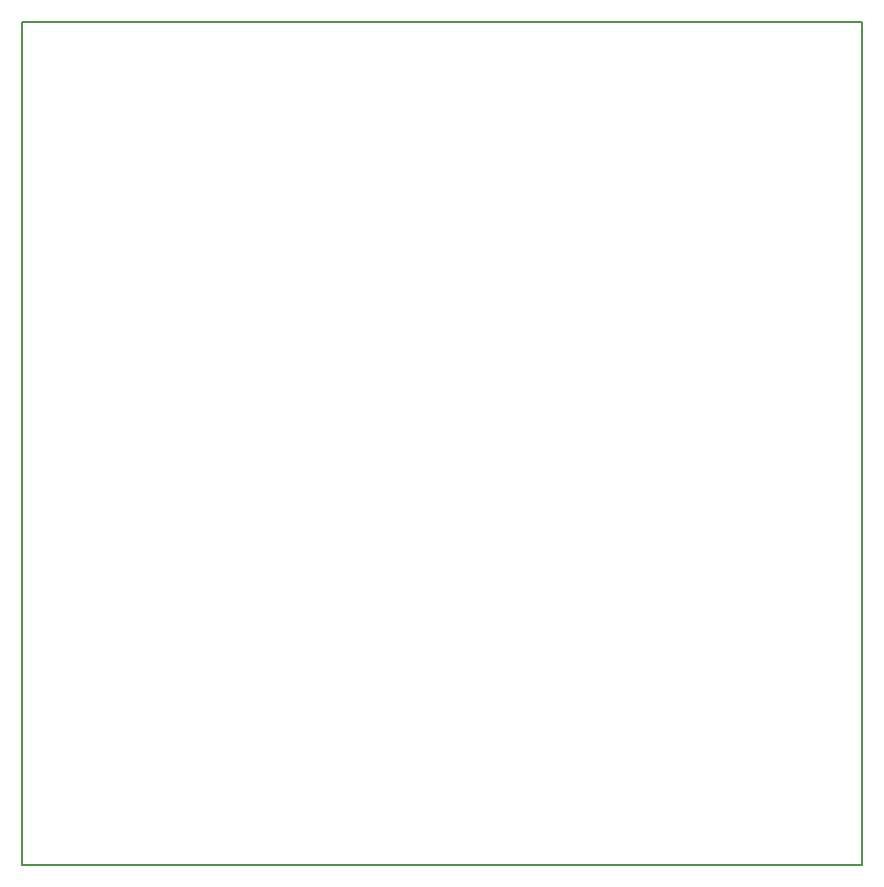
<source format=gbr>
G04 #@! TF.GenerationSoftware,KiCad,Pcbnew,(5.0.1)-3*
G04 #@! TF.CreationDate,2020-01-19T16:42:21-05:00*
G04 #@! TF.ProjectId,recovery_CAN,7265636F766572795F43414E2E6B6963,rev?*
G04 #@! TF.SameCoordinates,Original*
G04 #@! TF.FileFunction,Profile,NP*
%FSLAX46Y46*%
G04 Gerber Fmt 4.6, Leading zero omitted, Abs format (unit mm)*
G04 Created by KiCad (PCBNEW (5.0.1)-3) date 2020-01-19 4:42:21 PM*
%MOMM*%
%LPD*%
G01*
G04 APERTURE LIST*
%ADD10C,0.150000*%
G04 APERTURE END LIST*
D10*
X179070000Y-127254000D02*
X250190000Y-127254000D01*
X179070000Y-55880000D02*
X179070000Y-127254000D01*
X250190000Y-55880000D02*
X179070000Y-55880000D01*
X250190000Y-127254000D02*
X250190000Y-55880000D01*
M02*

</source>
